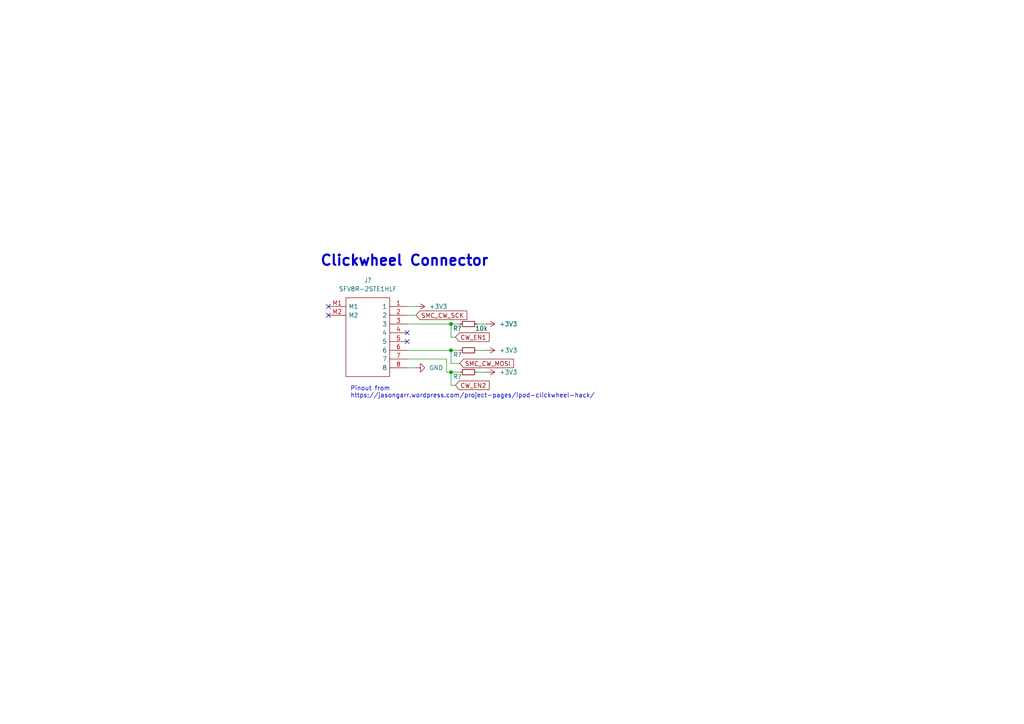
<source format=kicad_sch>
(kicad_sch (version 20211123) (generator eeschema)
  (paper "A4")
  (lib_symbols
    (symbol "Device:R_Small" (pin_numbers hide) (pin_names (offset 0.254) hide)
      (property "Reference" "R" (at 0.762 0.508 0))
      (property "Value" "R_Small" (at 0.762 -1.016 0))
      (symbol "R_Small_0_1"
        (rectangle (start -0.762 1.778) (end 0.762 -1.778) (stroke (width 0.2032)))
      )
      (symbol "R_Small_1_1"
        (pin passive line (at 0 2.54 270) (length 0.762) (name "~") (number "1"))
        (pin passive line (at 0 -2.54 90) (length 0.762) (name "~") (number "2"))
      )
    )
    (symbol "gigahawk:SFV8R-2STE1HLF" (pin_names (offset 0.762))
      (property "Reference" "J" (at 19.05 7.62 0))
      (property "Value" "SFV8R-2STE1HLF" (at 19.05 5.08 0))
      (symbol "SFV8R-2STE1HLF_0_0"
        (pin passive line (at 22.86 0 180) (length 5.08) (name "1") (number "1"))
        (pin passive line (at 22.86 -2.54 180) (length 5.08) (name "2") (number "2"))
        (pin passive line (at 22.86 -5.08 180) (length 5.08) (name "3") (number "3"))
        (pin passive line (at 22.86 -7.62 180) (length 5.08) (name "4") (number "4"))
        (pin passive line (at 22.86 -10.16 180) (length 5.08) (name "5") (number "5"))
        (pin passive line (at 22.86 -12.7 180) (length 5.08) (name "6") (number "6"))
        (pin passive line (at 22.86 -15.24 180) (length 5.08) (name "7") (number "7"))
        (pin passive line (at 22.86 -17.78 180) (length 5.08) (name "8") (number "8"))
        (pin passive line (at 0 0 0) (length 5.08) (name "M1") (number "M1"))
        (pin passive line (at 0 -2.54 0) (length 5.08) (name "M2") (number "M2"))
      )
      (symbol "SFV8R-2STE1HLF_0_1"
        (polyline (pts (xy 5.08 2.54) (xy 17.78 2.54) (xy 17.78 -20.32) (xy 5.08 -20.32) (xy 5.08 2.54)) (stroke (width 0.1524)))
      )
    )
    (symbol "power:+3.3V" (power) (pin_names (offset 0))
      (property "Value" "+3.3V" (at 0 3.556 0))
      (symbol "+3.3V_0_1"
        (polyline (pts (xy -0.762 1.27) (xy 0 2.54)))
        (polyline (pts (xy 0 0) (xy 0 2.54)))
        (polyline (pts (xy 0 2.54) (xy 0.762 1.27)))
      )
      (symbol "+3.3V_1_1"
        (pin power_in line (at 0 0 90) (length 0) hide (name "+3V3") (number "1"))
      )
    )
    (symbol "power:GND" (power) (pin_names (offset 0))
      (property "Value" "GND" (at 0 -3.81 0))
      (symbol "GND_0_1"
        (polyline (pts (xy 0 0) (xy 0 -1.27) (xy 1.27 -1.27) (xy 0 -2.54) (xy -1.27 -1.27) (xy 0 -1.27)))
      )
      (symbol "GND_1_1"
        (pin power_in line (at 0 0 270) (length 0) hide (name "GND") (number "1"))
      )
    )
  )
  (junction (at 130.81 93.98))
  (junction (at 130.81 101.6))
  (junction (at 130.81 107.95))
  (no_connect (at 95.25 88.9))
  (no_connect (at 95.25 91.44))
  (no_connect (at 118.11 99.06))
  (no_connect (at 118.11 96.52))
  (wire (pts (xy 132.08 111.76) (xy 130.81 111.76)))
  (wire (pts (xy 130.81 105.41) (xy 130.81 101.6)))
  (wire (pts (xy 118.11 101.6) (xy 130.81 101.6)))
  (wire (pts (xy 132.08 97.79) (xy 130.81 97.79)))
  (wire (pts (xy 130.81 111.76) (xy 130.81 107.95)))
  (wire (pts (xy 129.54 104.14) (xy 129.54 107.95)))
  (wire (pts (xy 118.11 106.68) (xy 120.65 106.68)))
  (wire (pts (xy 130.81 101.6) (xy 133.35 101.6)))
  (wire (pts (xy 129.54 107.95) (xy 130.81 107.95)))
  (wire (pts (xy 130.81 93.98) (xy 133.35 93.98)))
  (wire (pts (xy 138.43 107.95) (xy 140.97 107.95)))
  (wire (pts (xy 118.11 91.44) (xy 120.65 91.44)))
  (wire (pts (xy 118.11 93.98) (xy 130.81 93.98)))
  (wire (pts (xy 130.81 97.79) (xy 130.81 93.98)))
  (wire (pts (xy 138.43 93.98) (xy 140.97 93.98)))
  (wire (pts (xy 138.43 101.6) (xy 140.97 101.6)))
  (wire (pts (xy 118.11 88.9) (xy 120.65 88.9)))
  (wire (pts (xy 133.35 105.41) (xy 130.81 105.41)))
  (wire (pts (xy 118.11 104.14) (xy 129.54 104.14)))
  (wire (pts (xy 130.81 107.95) (xy 133.35 107.95)))
  (text "Clickwheel Connector" (at 92.71 77.47 0) (effects (font (size 3 3) (thickness 0.6) bold) (justify left bottom)))
  (text "Pinout from\nhttps://jasongarr.wordpress.com/project-pages/ipod-clickwheel-hack/" (at 101.6 115.57 0) (effects (font (size 1.27 1.27)) (justify left bottom)))
  (global_label "CW_EN1" (shape input) (at 132.08 97.79 0) (property "Intersheet References" "${INTERSHEET_REFS}" (effects hide)))
  (global_label "SMC_CW_SCK" (shape input) (at 120.65 91.44 0) (property "Intersheet References" "${INTERSHEET_REFS}" (effects hide)))
  (global_label "SMC_CW_MOSI" (shape input) (at 133.35 105.41 0) (property "Intersheet References" "${INTERSHEET_REFS}" (effects hide)))
  (global_label "CW_EN2" (shape input) (at 132.08 111.76 0) (property "Intersheet References" "${INTERSHEET_REFS}" (effects hide)))
  (symbol (lib_id "power:+3.3V") (at 140.97 93.98 270) (unit 1)
    (property "Reference" "#PWR?" (effects hide))
    (property "Value" "+3.3V" (at 144.78 93.9799 90) (effects (justify left)))
  )
  (symbol (lib_id "power:GND") (at 120.65 106.68 90) (unit 1)
    (property "Reference" "#PWR?" (effects hide))
  )
  (symbol (lib_id "Device:R_Small") (at 135.89 93.98 90) (unit 1)
    (property "Reference" "R?" (at 133.985 95.25 90) (effects (justify left)))
    (property "Value" "10k" (at 137.795 95.25 90) (effects (justify right)))
  )
  (symbol (lib_id "Device:R_Small") (at 135.89 107.95 90) (unit 1)
    (property "Reference" "R?" (at 133.985 109.22 90) (effects (justify left)))
  )
  (symbol (lib_id "gigahawk:SFV8R-2STE1HLF") (at 95.25 88.9 0) (unit 1)
    (property "Reference" "J?" (at 106.68 81.28 0))
    (property "Value" "SFV8R-2STE1HLF" (at 106.68 83.82 0))
    (property "Footprint" "Gigahawk:SFV8R2STE1HLF" (effects hide))
    (property "Datasheet" "https://cdn.amphenol-icc.com/media/wysiwyg/files/drawing/10112793.pdf" (effects hide))
    (property "Description" "FFC & FPC Connectors FFC/FPC CONN" (effects hide))
    (property "Height" "2" (effects hide))
    (property "Mouser Part Number" "649-SFV8R-2STE1HLF" (effects hide))
    (property "Mouser Price/Stock" "https://www.mouser.co.uk/ProductDetail/Amphenol-FCI/SFV8R-2STE1HLF?qs=SqJKR5Mmryfw9HHOb%2F1Fzg%3D%3D" (effects hide))
    (property "Manufacturer_Name" "Amphenol" (effects hide))
    (property "Manufacturer_Part_Number" "SFV8R-2STE1HLF" (effects hide))
  )
  (symbol (lib_id "power:+3.3V") (at 120.65 88.9 270) (unit 1)
    (property "Reference" "#PWR?" (effects hide))
  )
  (symbol (lib_id "power:+3.3V") (at 140.97 101.6 270) (unit 1)
    (property "Reference" "#PWR?" (effects hide))
    (property "Value" "+3.3V" (at 144.78 101.5999 90) (effects (justify left)))
  )
  (symbol (lib_id "power:+3.3V") (at 140.97 107.95 270) (unit 1)
    (property "Reference" "#PWR?" (effects hide))
    (property "Value" "+3.3V" (at 144.78 107.9499 90) (effects (justify left)))
  )
  (symbol (lib_id "Device:R_Small") (at 135.89 101.6 90) (unit 1)
    (property "Reference" "R?" (at 133.985 102.87 90) (effects (justify left)))
  )
)
</source>
